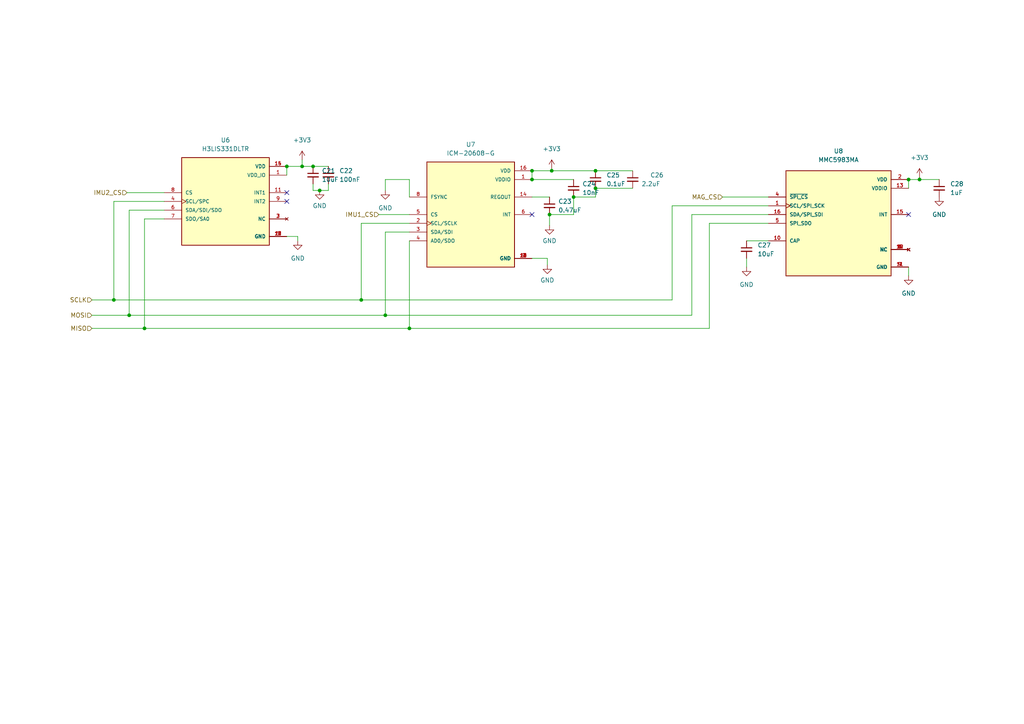
<source format=kicad_sch>
(kicad_sch (version 20231120) (generator "eeschema") (generator_version "8.0")
  (paper "A4")
  (lib_symbols
    (symbol "Device:C_Small" (pin_numbers hide) (pin_names (offset 0.254) hide)
      (property "Reference" "C" (at 0.254 1.778 0))
      (property "Value" "C_Small" (at 0.254 -2.032 0))
      (symbol "C_Small_0_1"
        (polyline (pts (xy -1.524 -0.508) (xy 1.524 -0.508)) (stroke (width 0.3302)))
        (polyline (pts (xy -1.524 0.508) (xy 1.524 0.508)) (stroke (width 0.3048)))
      )
      (symbol "C_Small_1_1"
        (pin passive line (at 0 2.54 270) (length 2.032) (name "~") (number "1"))
        (pin passive line (at 0 -2.54 90) (length 2.032) (name "~") (number "2"))
      )
    )
    (symbol "iclr:H3LIS100DLTR" (pin_names (offset 1.016))
      (property "Reference" "U" (at -12.7 13.589 0))
      (property "Value" "H3LIS100DLTR" (at -12.7 -15.24 0))
      (symbol "H3LIS100DLTR_0_0"
        (rectangle (start -12.7 -12.7) (end 12.7 12.7) (stroke (width 0.254)) (fill (type background)))
        (pin power_in line (at 17.78 7.62 180) (length 5.08) (name "VDD_IO") (number "1"))
        (pin power_in line (at 17.78 -10.16 180) (length 5.08) (name "GND") (number "10"))
        (pin output line (at 17.78 2.54 180) (length 5.08) (name "INT1") (number "11"))
        (pin power_in line (at 17.78 -10.16 180) (length 5.08) (name "GND") (number "12"))
        (pin power_in line (at 17.78 -10.16 180) (length 5.08) (name "GND") (number "13"))
        (pin power_in line (at 17.78 10.16 180) (length 5.08) (name "VDD") (number "14"))
        (pin power_in line (at 17.78 10.16 180) (length 5.08) (name "VDD") (number "15"))
        (pin power_in line (at 17.78 -10.16 180) (length 5.08) (name "GND") (number "16"))
        (pin no_connect line (at 17.78 -5.08 180) (length 5.08) (name "NC") (number "2"))
        (pin no_connect line (at 17.78 -5.08 180) (length 5.08) (name "NC") (number "3"))
        (pin input clock (at -17.78 0 0) (length 5.08) (name "SCL/SPC") (number "4"))
        (pin power_in line (at 17.78 -10.16 180) (length 5.08) (name "GND") (number "5"))
        (pin bidirectional line (at -17.78 -2.54 0) (length 5.08) (name "SDA/SDI/SDO") (number "6"))
        (pin bidirectional line (at -17.78 -5.08 0) (length 5.08) (name "SDO/SA0") (number "7"))
        (pin input line (at -17.78 2.54 0) (length 5.08) (name "CS") (number "8"))
        (pin output line (at 17.78 0 180) (length 5.08) (name "INT2") (number "9"))
      )
    )
    (symbol "iclr:ICM-20608-G" (pin_names (offset 1.016))
      (property "Reference" "U" (at -12.7 16.002 0))
      (property "Value" "ICM-20608-G" (at -12.7 -17.78 0))
      (symbol "ICM-20608-G_0_0"
        (rectangle (start -12.7 -15.24) (end 12.7 15.24) (stroke (width 0.254)) (fill (type background)))
        (pin power_in line (at 17.78 10.16 180) (length 5.08) (name "VDDIO") (number "1"))
        (pin power_in line (at 17.78 -12.7 180) (length 5.08) (name "GND") (number "10"))
        (pin power_in line (at 17.78 -12.7 180) (length 5.08) (name "GND") (number "11"))
        (pin power_in line (at 17.78 -12.7 180) (length 5.08) (name "GND") (number "12"))
        (pin power_in line (at 17.78 -12.7 180) (length 5.08) (name "GND") (number "13"))
        (pin output line (at 17.78 5.08 180) (length 5.08) (name "REGOUT") (number "14"))
        (pin power_in line (at 17.78 -12.7 180) (length 5.08) (name "GND") (number "15"))
        (pin power_in line (at 17.78 12.7 180) (length 5.08) (name "VDD") (number "16"))
        (pin input clock (at -17.78 -2.54 0) (length 5.08) (name "SCL/SCLK") (number "2"))
        (pin bidirectional line (at -17.78 -5.08 0) (length 5.08) (name "SDA/SDI") (number "3"))
        (pin bidirectional line (at -17.78 -7.62 0) (length 5.08) (name "AD0/SDO") (number "4"))
        (pin input line (at -17.78 0 0) (length 5.08) (name "CS") (number "5"))
        (pin output line (at 17.78 0 180) (length 5.08) (name "INT") (number "6"))
        (pin input line (at -17.78 5.08 0) (length 5.08) (name "FSYNC") (number "8"))
        (pin power_in line (at 17.78 -12.7 180) (length 5.08) (name "GND") (number "9"))
      )
    )
    (symbol "iclr:MMC5983MA" (pin_names (offset 1.016))
      (property "Reference" "U" (at -15.24 15.24 0))
      (property "Value" "MMC5983MA" (at -15.24 -17.78 0))
      (symbol "MMC5983MA_0_0"
        (rectangle (start -15.24 -15.24) (end 15.24 15.24) (stroke (width 0.254)) (fill (type background)))
        (pin input clock (at -20.32 5.08 0) (length 5.08) (name "SCL/SPI_SCK") (number "1"))
        (pin passive line (at -20.32 -5.08 0) (length 5.08) (name "CAP") (number "10"))
        (pin power_in line (at 20.32 -12.7 180) (length 5.08) (name "GND") (number "11"))
        (pin no_connect line (at 20.32 -7.62 180) (length 5.08) (name "NC") (number "12"))
        (pin power_in line (at 20.32 10.16 180) (length 5.08) (name "VDDIO") (number "13"))
        (pin no_connect line (at 20.32 -7.62 180) (length 5.08) (name "NC") (number "14"))
        (pin output line (at 20.32 2.54 180) (length 5.08) (name "INT") (number "15"))
        (pin bidirectional line (at -20.32 2.54 0) (length 5.08) (name "SDA/SPI_SDI") (number "16"))
        (pin power_in line (at 20.32 12.7 180) (length 5.08) (name "VDD") (number "2"))
        (pin no_connect line (at 20.32 -7.62 180) (length 5.08) (name "NC") (number "3"))
        (pin input line (at -20.32 7.62 0) (length 5.08) (name "~{SPI_CS}") (number "4"))
        (pin output line (at -20.32 0 0) (length 5.08) (name "SPI_SDO") (number "5"))
        (pin no_connect line (at 20.32 -7.62 180) (length 5.08) (name "NC") (number "6"))
        (pin no_connect line (at 20.32 -7.62 180) (length 5.08) (name "NC") (number "7"))
        (pin no_connect line (at 20.32 -7.62 180) (length 5.08) (name "NC") (number "8"))
        (pin power_in line (at 20.32 -12.7 180) (length 5.08) (name "GND") (number "9"))
      )
    )
    (symbol "power:+3.3V" (power) (pin_names (offset 0))
      (property "Value" "+3.3V" (at 0 3.556 0))
      (symbol "+3.3V_0_1"
        (polyline (pts (xy -0.762 1.27) (xy 0 2.54)))
        (polyline (pts (xy 0 0) (xy 0 2.54)))
        (polyline (pts (xy 0 2.54) (xy 0.762 1.27)))
      )
      (symbol "+3.3V_1_1"
        (pin power_in line (at 0 0 90) (length 0) hide (name "+3V3") (number "1"))
      )
    )
    (symbol "power:GND" (power) (pin_names (offset 0))
      (property "Value" "GND" (at 0 -3.81 0))
      (symbol "GND_0_1"
        (polyline (pts (xy 0 0) (xy 0 -1.27) (xy 1.27 -1.27) (xy 0 -2.54) (xy -1.27 -1.27) (xy 0 -1.27)))
      )
      (symbol "GND_1_1"
        (pin power_in line (at 0 0 270) (length 0) hide (name "GND") (number "1"))
      )
    )
  )
  (junction (at 92.71 55.245))
  (junction (at 159.385 62.23))
  (junction (at 33.02 86.995))
  (junction (at 37.465 91.44))
  (junction (at 154.305 52.07))
  (junction (at 154.305 49.53))
  (junction (at 118.745 95.25))
  (junction (at 104.775 86.995))
  (junction (at 111.76 91.44))
  (junction (at 172.72 49.53))
  (junction (at 160.02 49.53))
  (junction (at 172.72 54.61))
  (junction (at 83.185 48.26))
  (junction (at 90.805 48.26))
  (junction (at 87.63 48.26))
  (junction (at 166.37 57.15))
  (junction (at 41.91 95.25))
  (junction (at 266.7 52.07))
  (junction (at 263.525 52.07))
  (no_connect (at 83.185 55.88))
  (no_connect (at 83.185 58.42))
  (no_connect (at 154.305 62.23))
  (no_connect (at 263.525 62.23))
  (wire (pts (xy 159.385 62.23) (xy 166.37 62.23)))
  (wire (pts (xy 166.37 62.23) (xy 166.37 57.15)))
  (wire (pts (xy 216.535 74.93) (xy 216.535 77.47)))
  (wire (pts (xy 172.72 54.61) (xy 183.515 54.61)))
  (wire (pts (xy 111.76 52.07) (xy 111.76 55.245)))
  (wire (pts (xy 26.67 86.995) (xy 33.02 86.995)))
  (wire (pts (xy 200.66 62.23) (xy 200.66 91.44)))
  (wire (pts (xy 263.525 52.07) (xy 263.525 54.61)))
  (wire (pts (xy 172.72 49.53) (xy 183.515 49.53)))
  (wire (pts (xy 160.02 49.53) (xy 160.02 48.895)))
  (wire (pts (xy 222.885 62.23) (xy 200.66 62.23)))
  (wire (pts (xy 160.02 49.53) (xy 172.72 49.53)))
  (wire (pts (xy 87.63 48.26) (xy 83.185 48.26)))
  (wire (pts (xy 37.465 60.96) (xy 37.465 91.44)))
  (wire (pts (xy 118.745 57.15) (xy 118.745 52.07)))
  (wire (pts (xy 266.7 52.07) (xy 272.415 52.07)))
  (wire (pts (xy 90.805 53.34) (xy 90.805 55.245)))
  (wire (pts (xy 87.63 48.26) (xy 90.805 48.26)))
  (wire (pts (xy 263.525 77.47) (xy 263.525 80.01)))
  (wire (pts (xy 166.37 57.15) (xy 172.72 57.15)))
  (wire (pts (xy 154.305 49.53) (xy 154.305 52.07)))
  (wire (pts (xy 205.74 64.77) (xy 205.74 95.25)))
  (wire (pts (xy 118.745 95.25) (xy 41.91 95.25)))
  (wire (pts (xy 90.805 48.26) (xy 95.25 48.26)))
  (wire (pts (xy 104.775 64.77) (xy 104.775 86.995)))
  (wire (pts (xy 26.67 91.44) (xy 37.465 91.44)))
  (wire (pts (xy 95.25 55.245) (xy 95.25 53.34)))
  (wire (pts (xy 216.535 69.85) (xy 222.885 69.85)))
  (wire (pts (xy 111.76 91.44) (xy 200.66 91.44)))
  (wire (pts (xy 154.305 52.07) (xy 166.37 52.07)))
  (wire (pts (xy 41.91 63.5) (xy 47.625 63.5)))
  (wire (pts (xy 83.185 48.26) (xy 83.185 50.8)))
  (wire (pts (xy 104.775 86.995) (xy 33.02 86.995)))
  (wire (pts (xy 266.7 51.435) (xy 266.7 52.07)))
  (wire (pts (xy 86.36 69.85) (xy 86.36 68.58)))
  (wire (pts (xy 222.885 59.69) (xy 194.945 59.69)))
  (wire (pts (xy 118.745 67.31) (xy 111.76 67.31)))
  (wire (pts (xy 118.745 52.07) (xy 111.76 52.07)))
  (wire (pts (xy 87.63 46.355) (xy 87.63 48.26)))
  (wire (pts (xy 92.71 55.245) (xy 95.25 55.245)))
  (wire (pts (xy 109.855 62.23) (xy 118.745 62.23)))
  (wire (pts (xy 266.7 52.07) (xy 263.525 52.07)))
  (wire (pts (xy 111.76 91.44) (xy 37.465 91.44)))
  (wire (pts (xy 90.805 55.245) (xy 92.71 55.245)))
  (wire (pts (xy 104.775 86.995) (xy 194.945 86.995)))
  (wire (pts (xy 172.72 57.15) (xy 172.72 54.61)))
  (wire (pts (xy 158.75 74.93) (xy 154.305 74.93)))
  (wire (pts (xy 41.91 95.25) (xy 41.91 63.5)))
  (wire (pts (xy 209.55 57.15) (xy 222.885 57.15)))
  (wire (pts (xy 37.465 60.96) (xy 47.625 60.96)))
  (wire (pts (xy 86.36 68.58) (xy 83.185 68.58)))
  (wire (pts (xy 33.02 58.42) (xy 47.625 58.42)))
  (wire (pts (xy 222.885 64.77) (xy 205.74 64.77)))
  (wire (pts (xy 36.83 55.88) (xy 47.625 55.88)))
  (wire (pts (xy 159.385 62.23) (xy 159.385 65.405)))
  (wire (pts (xy 118.745 69.85) (xy 118.745 95.25)))
  (wire (pts (xy 205.74 95.25) (xy 118.745 95.25)))
  (wire (pts (xy 158.75 76.835) (xy 158.75 74.93)))
  (wire (pts (xy 26.67 95.25) (xy 41.91 95.25)))
  (wire (pts (xy 118.745 64.77) (xy 104.775 64.77)))
  (wire (pts (xy 33.02 58.42) (xy 33.02 86.995)))
  (wire (pts (xy 154.305 49.53) (xy 160.02 49.53)))
  (wire (pts (xy 194.945 59.69) (xy 194.945 86.995)))
  (wire (pts (xy 111.76 67.31) (xy 111.76 91.44)))
  (wire (pts (xy 154.305 57.15) (xy 159.385 57.15)))
  (hierarchical_label "SCLK" (shape input) (at 26.67 86.995 180))
  (hierarchical_label "MISO" (shape input) (at 26.67 95.25 180))
  (hierarchical_label "MOSI" (shape input) (at 26.67 91.44 180))
  (hierarchical_label "MAG_CS" (shape input) (at 209.55 57.15 180))
  (hierarchical_label "IMU2_CS" (shape input) (at 36.83 55.88 180))
  (hierarchical_label "IMU1_CS" (shape input) (at 109.855 62.23 180))
  (symbol (lib_id "power:GND") (at 86.36 69.85 0) (unit 1)
    (property "Reference" "#PWR068" (effects (hide yes)))
    (property "Value" "GND" (at 86.36 74.93 0))
  )
  (symbol (lib_id "Device:C_Small") (at 159.385 59.69 0) (unit 1)
    (property "Reference" "C23" (at 161.925 58.4262 0) (effects (justify left)))
    (property "Value" "0.47uF" (at 161.925 60.9662 0) (effects (justify left)))
    (property "Footprint" "Capacitor_SMD:C_0402_1005Metric" (effects (hide yes)))
  )
  (symbol (lib_id "power:GND") (at 272.415 57.15 0) (unit 1)
    (property "Reference" "#PWR078" (effects (hide yes)))
    (property "Value" "GND" (at 272.415 62.23 0))
  )
  (symbol (lib_id "power:GND") (at 263.525 80.01 0) (unit 1)
    (property "Reference" "#PWR076" (effects (hide yes)))
    (property "Value" "GND" (at 263.525 85.09 0))
  )
  (symbol (lib_id "Device:C_Small") (at 216.535 72.39 0) (unit 1)
    (property "Reference" "C27" (at 219.71 71.1262 0) (effects (justify left)))
    (property "Value" "10uF" (at 219.71 73.6662 0) (effects (justify left)))
    (property "Footprint" "Capacitor_SMD:C_0402_1005Metric" (effects (hide yes)))
  )
  (symbol (lib_id "iclr:ICM-20608-G") (at 136.525 62.23 0) (unit 1)
    (property "Reference" "U7" (at 136.525 41.91 0))
    (property "Value" "ICM-20608-G" (at 136.525 44.45 0))
    (property "Footprint" "iclr:PQFN50P300X300X80-16N" (effects (hide yes)))
    (property "MANUFACTURER" "TDK" (effects (hide yes)))
    (property "PARTREV" "1.0" (effects (hide yes)))
    (property "STANDARD" "IPC-7351B" (effects (hide yes)))
  )
  (symbol (lib_id "power:GND") (at 216.535 77.47 0) (unit 1)
    (property "Reference" "#PWR075" (effects (hide yes)))
    (property "Value" "GND" (at 216.535 82.55 0))
  )
  (symbol (lib_id "power:+3.3V") (at 160.02 48.895 0) (unit 1)
    (property "Reference" "#PWR074" (effects (hide yes)))
    (property "Value" "+3V3" (at 160.02 43.18 0))
  )
  (symbol (lib_id "Device:C_Small") (at 272.415 54.61 0) (unit 1)
    (property "Reference" "C28" (at 275.59 53.3462 0) (effects (justify left)))
    (property "Value" "1uF" (at 275.59 55.8862 0) (effects (justify left)))
    (property "Footprint" "Capacitor_SMD:C_0402_1005Metric" (effects (hide yes)))
  )
  (symbol (lib_id "power:+3.3V") (at 87.63 46.355 0) (unit 1)
    (property "Reference" "#PWR069" (effects (hide yes)))
    (property "Value" "+3V3" (at 87.63 40.64 0))
  )
  (symbol (lib_id "power:GND") (at 92.71 55.245 0) (unit 1)
    (property "Reference" "#PWR070" (effects (hide yes)))
    (property "Value" "GND" (at 92.71 59.69 0))
  )
  (symbol (lib_id "power:GND") (at 159.385 65.405 0) (unit 1)
    (property "Reference" "#PWR073" (effects (hide yes)))
    (property "Value" "GND" (at 159.385 69.85 0))
  )
  (symbol (lib_id "power:GND") (at 158.75 76.835 0) (unit 1)
    (property "Reference" "#PWR072" (effects (hide yes)))
    (property "Value" "GND" (at 158.75 81.28 0))
  )
  (symbol (lib_id "Device:C_Small") (at 172.72 52.07 0) (unit 1)
    (property "Reference" "C25" (at 175.895 50.8062 0) (effects (justify left)))
    (property "Value" "0.1uF" (at 175.895 53.3462 0) (effects (justify left)))
    (property "Footprint" "Capacitor_SMD:C_0402_1005Metric" (effects (hide yes)))
  )
  (symbol (lib_id "Device:C_Small") (at 90.805 50.8 0) (unit 1)
    (property "Reference" "C21" (at 93.345 49.5362 0) (effects (justify left)))
    (property "Value" "10uF" (at 93.345 52.0762 0) (effects (justify left)))
    (property "Footprint" "Capacitor_SMD:C_0402_1005Metric" (effects (hide yes)))
  )
  (symbol (lib_id "power:+3.3V") (at 266.7 51.435 0) (unit 1)
    (property "Reference" "#PWR077" (effects (hide yes)))
    (property "Value" "+3V3" (at 266.7 45.72 0))
  )
  (symbol (lib_id "iclr:H3LIS100DLTR") (at 65.405 58.42 0) (unit 1)
    (property "Reference" "U6" (at 65.405 40.64 0))
    (property "Value" "H3LIS331DLTR" (at 65.405 43.18 0))
    (property "Footprint" "iclr:QFN300X300X100-16N" (effects (hide yes)))
    (property "MAXIMUM_PACKAGE_HEIGHT" "1 mm" (effects (hide yes)))
    (property "MANUFACTURER" "STMicroelectronics" (effects (hide yes)))
    (property "PARTREV" "2" (effects (hide yes)))
    (property "STANDARD" "IPC 7351B" (effects (hide yes)))
  )
  (symbol (lib_id "Device:C_Small") (at 95.25 50.8 0) (unit 1)
    (property "Reference" "C22" (at 98.425 49.5362 0) (effects (justify left)))
    (property "Value" "100nF" (at 98.425 52.0762 0) (effects (justify left)))
    (property "Footprint" "Capacitor_SMD:C_0402_1005Metric" (effects (hide yes)))
  )
  (symbol (lib_id "iclr:MMC5983MA") (at 243.205 64.77 0) (unit 1)
    (property "Reference" "U8" (at 243.205 43.815 0))
    (property "Value" "MMC5983MA" (at 243.205 46.355 0))
    (property "Footprint" "iclr:PQFN50P300X300X100-16N" (effects (hide yes)))
    (property "MANUFACTURER" "Memsic Inc." (effects (hide yes)))
    (property "MAXIMUM_PACKAGE_HEIGHT" "1.00 mm" (effects (hide yes)))
    (property "PARTREV" "A" (effects (hide yes)))
    (property "STANDARD" "IPC 7351B" (effects (hide yes)))
  )
  (symbol (lib_id "Device:C_Small") (at 183.515 52.07 0) (unit 1)
    (property "Reference" "C26" (at 188.595 50.8 0) (effects (justify left)))
    (property "Value" "2.2uF" (at 186.055 53.3462 0) (effects (justify left)))
    (property "Footprint" "Capacitor_SMD:C_0402_1005Metric" (effects (hide yes)))
  )
  (symbol (lib_id "Device:C_Small") (at 166.37 54.61 0) (unit 1)
    (property "Reference" "C24" (at 168.91 53.3462 0) (effects (justify left)))
    (property "Value" "10nF" (at 168.91 55.8862 0) (effects (justify left)))
    (property "Footprint" "Capacitor_SMD:C_0402_1005Metric" (effects (hide yes)))
  )
  (symbol (lib_id "power:GND") (at 111.76 55.245 0) (unit 1)
    (property "Reference" "#PWR071" (effects (hide yes)))
    (property "Value" "GND" (at 111.76 60.325 0))
  )
)
</source>
